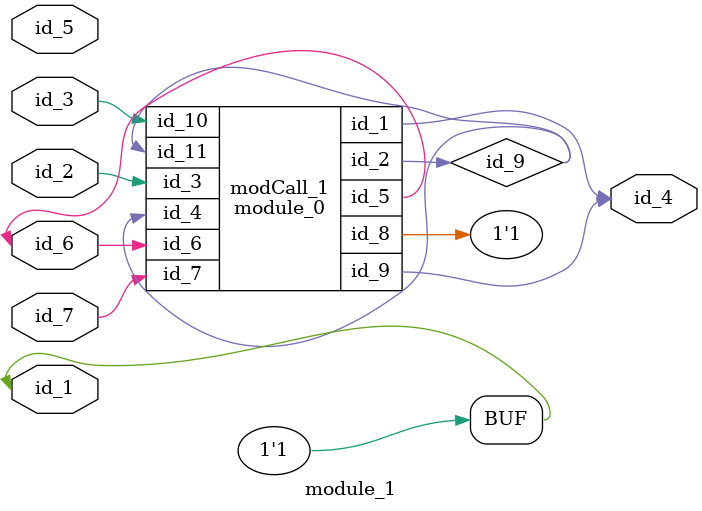
<source format=v>
module module_0 (
    id_1,
    id_2,
    id_3,
    id_4,
    id_5,
    id_6,
    id_7,
    id_8,
    id_9,
    id_10,
    id_11
);
  input wire id_11;
  input wire id_10;
  output wire id_9;
  output wire id_8;
  input wire id_7;
  input wire id_6;
  output wire id_5;
  input wire id_4;
  input wire id_3;
  output wire id_2;
  output wire id_1;
  assign id_1 = -1;
  wire id_12;
  always id_5 = id_3;
endmodule
module module_1 (
    id_1,
    id_2,
    id_3,
    id_4,
    id_5,
    id_6,
    id_7
);
  input wire id_7;
  inout wire id_6;
  inout wire id_5;
  output wire id_4;
  inout wire id_3;
  input wire id_2;
  inout wire id_1;
  wire id_8, id_9;
  module_0 modCall_1 (
      id_4,
      id_9,
      id_2,
      id_9,
      id_6,
      id_6,
      id_7,
      id_1,
      id_4,
      id_3,
      id_9
  );
  wire id_10, id_11, id_12;
  initial #1 id_1 = 1;
endmodule

</source>
